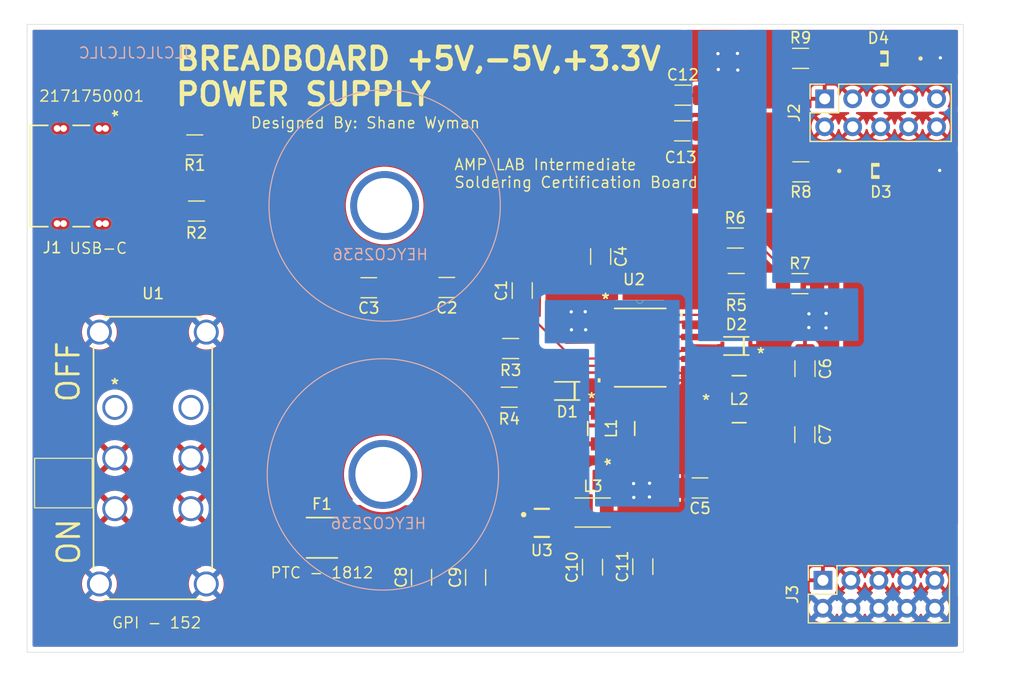
<source format=kicad_pcb>
(kicad_pcb (version 20241229) (generator "pcbnew") (generator_version "9.0")
  (layers (0 "F.Cu" signal) (2 "B.Cu" signal) (13 "F.Paste" user) (15 "B.Paste" user) (5 "F.SilkS" user "F.Silkscreen") (7 "B.SilkS" user "B.Silkscreen") (1 "F.Mask" user) (3 "B.Mask" user) (25 "Edge.Cuts" user))
  (net 0 "")
  (net 1 "GND")
  (net 2 "Net-(C2-Pad2)")
  (net 3 "Net-(C6-Pad2)")
  (net 4 "+3.3V")
  (net 5 "Net-(U3-EN)")
  (net 6 "Net-(J1-CC1)")
  (net 7 "SWITCHED_VOLTAGE")
  (net 8 "Net-(J1-CC2)")
  (net 9 "USB_VOLTAGE")
  (net 10 "Net-(U3-SW)")
  (net 11 "-5V")
  (net 12 "Net-(R6-Pad2)")
  (net 13 "Net-(U2-VREF)")
  (net 14 "+5V")
  (net 16 "Net-(D1-K)")
  (net 17 "Net-(D2-A)")
  (net 18 "Net-(U2-HS2L)")
  (net 19 "Net-(U2-NON1)")
  (net 21 "Net-(U2-INV2)")
  (net 24 "Net-(D3-K)")
  (net 25 "Net-(D4-A)")
  (footprint "Capacitor_SMD:C_1206_3216Metric_Pad1.33x1.80mm_HandSolder" (layer "F.Cu") (at 91.87 51.76 -90)
    (property "Reference" "C6" (at 0 -1.85 90) (layer "F.SilkS"))
    (property "Value" "22uF")
    (fp_line (start -0.711252 0.91) (end 0.711252 0.91) (stroke (width 0.12)) (layer "F.SilkS"))
    (fp_line (start -0.711252 -0.91) (end 0.711252 -0.91) (stroke (width 0.12)) (layer "F.SilkS"))
    (pad "1" smd roundrect (at -1.5625 0 270) (size 1.325 1.8) (layers "F.Cu" "F.Mask" "F.Paste") (roundrect_rratio 0.188679) (net 14 "+5V"))
    (pad "2" smd roundrect (at 1.5625 0 270) (size 1.325 1.8) (layers "F.Cu" "F.Mask" "F.Paste") (roundrect_rratio 0.188679) (net 3 "Net-(C6-Pad2)"))
  )
  (footprint "Capacitor_SMD:C_1206_3216Metric_Pad1.33x1.80mm_HandSolder" (layer "F.Cu") (at 80.78 26.93)
    (property "Reference" "C12" (at 0 -1.85 0) (layer "F.SilkS"))
    (property "Value" "1uF")
    (fp_line (start -0.711252 -0.91) (end 0.711252 -0.91) (stroke (width 0.12)) (layer "F.SilkS"))
    (fp_line (start -0.711252 0.91) (end 0.711252 0.91) (stroke (width 0.12)) (layer "F.SilkS"))
    (pad "1" smd roundrect (at -1.5625 0) (size 1.325 1.8) (layers "F.Cu" "F.Mask" "F.Paste") (roundrect_rratio 0.188679) (net 1 "GND"))
    (pad "2" smd roundrect (at 1.5625 0) (size 1.325 1.8) (layers "F.Cu" "F.Mask" "F.Paste") (roundrect_rratio 0.188679) (net 14 "+5V"))
  )
  (footprint "Resistor_SMD:R_1206_3216Metric_Pad1.30x1.75mm_HandSolder" (layer "F.Cu") (at 91.42 44.04)
    (property "Reference" "R7" (at 0 -1.83 0) (layer "F.SilkS"))
    (property "Value" "100k")
    (fp_line (start -0.727064 -0.91) (end 0.727064 -0.91) (stroke (width 0.12)) (layer "F.SilkS"))
    (fp_line (start -0.727064 0.91) (end 0.727064 0.91) (stroke (width 0.12)) (layer "F.SilkS"))
    (pad "1" smd roundrect (at -1.55 0) (size 1.3 1.75) (layers "F.Cu" "F.Mask" "F.Paste") (roundrect_rratio 0.192308) (net 12 "Net-(R6-Pad2)"))
    (pad "2" smd roundrect (at 1.55 0) (size 1.3 1.75) (layers "F.Cu" "F.Mask" "F.Paste") (roundrect_rratio 0.192308) (net 14 "+5V"))
  )
  (footprint "BreadBoard Power Supply:HTSSOP-B20_ROM-L" (layer "F.Cu") (at 76.9144 49.8486)
    (property "Reference" "U2" (at -0.5644 -6.1818 0) (layer "F.SilkS"))
    (property "Value" "BD81870EFV-ME2")
    (fp_line (start -2.3241 3.556) (end 2.3241 3.556) (stroke (width 0.1524)) (layer "F.SilkS"))
    (fp_line (start 2.1571 -4.3148) (end -2.2371 -4.3148) (stroke (width 0.0254)) (layer "F.SilkS"))
    (fp_line (start 2.3241 -3.556) (end -2.3241 -3.556) (stroke (width 0.1524)) (layer "F.SilkS"))
    (fp_arc (start 0.2648 -4.3148) (mid -0.04 -4.01) (end -0.3448 -4.3148) (stroke (width 0.0254)) (layer "F.SilkS"))
    (fp_poly (pts (xy -3.8608 2.7813) (xy -3.8608 3.1623) (xy -3.6068 3.1623) (xy -3.6068 2.7813)) (fill yes) (layer "F.SilkS"))
    (fp_poly (pts (xy 3.8608 -3.1623) (xy 3.8608 -2.7813) (xy 3.6068 -2.7813) (xy 3.6068 -3.1623)) (fill yes) (layer "F.SilkS"))
    (fp_text user "*" (at -3.1496 -4.3688 0) (layer "F.SilkS"))
    (fp_text user "*" (at -3.1496 -4.3688 0) (layer "F.SilkS"))
    (pad "1" smd rect (at -2.8956 -2.9718) (size 0.9144 0.254) (layers "F.Cu" "F.Mask" "F.Paste") (net 4 "+3.3V"))
    (pad "2" smd rect (at -2.8956 -2.3114) (size 0.9144 0.254) (layers "F.Cu" "F.Mask" "F.Paste") (net 4 "+3.3V"))
    (pad "3" smd rect (at -2.8956 -1.651) (size 0.9144 0.254) (layers "F.Cu" "F.Mask" "F.Paste") (net 4 "+3.3V"))
    (pad "4" smd rect (at -2.8956 -0.9906) (size 0.9144 0.254) (layers "F.Cu" "F.Mask" "F.Paste") (net 4 "+3.3V"))
    (pad "5" smd rect (at -2.8956 -0.3302) (size 0.9144 0.254) (layers "F.Cu" "F.Mask" "F.Paste"))
    (pad "6" smd rect (at -2.8956 0.3302) (size 0.9144 0.254) (layers "F.Cu" "F.Mask" "F.Paste"))
    (pad "7" smd rect (at -2.8956 0.9906) (size 0.9144 0.254) (layers "F.Cu" "F.Mask" "F.Paste") (net 13 "Net-(U2-VREF)"))
    (pad "8" smd rect (at -2.8956 1.651) (size 0.9144 0.254) (layers "F.Cu" "F.Mask" "F.Paste") (net 19 "Net-(U2-NON1)"))
    (pad "9" smd rect (at -2.8956 2.3114) (size 0.9144 0.254) (layers "F.Cu" "F.Mask" "F.Paste") (net 1 "GND"))
    (pad "10" smd rect (at -2.8956 2.9718) (size 0.9144 0.254) (layers "F.Cu" "F.Mask" "F.Paste") (net 16 "Net-(D1-K)"))
    (pad "11" smd rect (at 2.8956 2.9718) (size 0.9144 0.254) (layers "F.Cu" "F.Mask" "F.Paste") (net 4 "+3.3V"))
    (pad "12" smd rect (at 2.8956 2.3114) (size 0.9144 0.254) (layers "F.Cu" "F.Mask" "F.Paste") (net 4 "+3.3V"))
    (pad "13" smd rect (at 2.8956 1.651) (size 0.9144 0.254) (layers "F.Cu" "F.Mask" "F.Paste") (net 4 "+3.3V"))
    (pad "14" smd rect (at 2.8956 0.9906) (size 0.9144 0.254) (layers "F.Cu" "F.Mask" "F.Paste") (net 18 "Net-(U2-HS2L)"))
    (pad "15" smd rect (at 2.8956 0.3302) (size 0.9144 0.254) (layers "F.Cu" "F.Mask" "F.Paste") (net 17 "Net-(D2-A)"))
    (pad "16" smd rect (at 2.8956 -0.3302) (size 0.9144 0.254) (layers "F.Cu" "F.Mask" "F.Paste") (net 1 "GND"))
    (pad "17" smd rect (at 2.8956 -0.9906) (size 0.9144 0.254) (layers "F.Cu" "F.Mask" "F.Paste") (net 14 "+5V"))
    (pad "18" smd rect (at 2.8956 -1.651) (size 0.9144 0.254) (layers "F.Cu" "F.Mask" "F.Paste") (net 1 "GND"))
    (pad "19" smd rect (at 2.8956 -2.3114) (size 0.9144 0.254) (layers "F.Cu" "F.Mask" "F.Paste") (net 1 "GND"))
    (pad "20" smd rect (at 2.8956 -2.9718) (size 0.9144 0.254) (layers "F.Cu" "F.Mask" "F.Paste") (net 21 "Net-(U2-INV2)"))
    (pad "EPAD" smd rect (at 0 0) (size 2.3876 3.9878) (layers "F.Cu" "F.Mask") (net 1 "GND"))
  )
  (footprint "Connector_PinSocket_2.54mm:PinSocket_2x05_P2.54mm_Vertical" (layer "F.Cu") (at 93.66 27.26 90)
    (property "Reference" "J2" (at -1.27 -2.77 90) (layer "F.SilkS"))
    (property "Value" "Conn_02x05_Top_Bottom")
    (fp_line (start 1.33 -1.33) (end 1.33 0) (stroke (width 0.12)) (layer "F.SilkS"))
    (fp_line (start 0 -1.33) (end 1.33 -1.33) (stroke (width 0.12)) (layer "F.SilkS"))
    (fp_line (start -1.27 -1.33) (end -1.27 1.27) (stroke (width 0.12)) (layer "F.SilkS"))
    (fp_line (start -3.87 -1.33) (end -1.27 -1.33) (stroke (width 0.12)) (layer "F.SilkS"))
    (fp_line (start -3.87 -1.33) (end -3.87 11.49) (stroke (width 0.12)) (layer "F.SilkS"))
    (fp_line (start 1.33 1.27) (end 1.33 11.49) (stroke (width 0.12)) (layer "F.SilkS"))
    (fp_line (start -1.27 1.27) (end 1.33 1.27) (stroke (width 0.12)) (layer "F.SilkS"))
    (fp_line (start -3.87 11.49) (end 1.33 11.49) (stroke (width 0.12)) (layer "F.SilkS"))
    (pad "1" thru_hole rect (at 0 0 90) (size 1.7 1.7) (drill 1) (layers "*.Cu" "*.Mask") (net 14 "+5V"))
    (pad "2" thru_hole circle (at -2.54 0 90) (size 1.7 1.7) (drill 1) (layers "*.Cu" "*.Mask") (net 11 "-5V"))
    (pad "3" thru_hole circle (at 0 2.54 90) (size 1.7 1.7) (drill 1) (layers "*.Cu" "*.Mask") (net 14 "+5V"))
    (pad "4" thru_hole circle (at -2.54 2.54 90) (size 1.7 1.7) (drill 1) (layers "*.Cu" "*.Mask") (net 11 "-5V"))
    (pad "5" thru_hole circle (at 0 5.08 90) (size 1.7 1.7) (drill 1) (layers "*.Cu" "*.Mask") (net 14 "+5V"))
    (pad "6" thru_hole circle (at -2.54 5.08 90) (size 1.7 1.7) (drill 1) (layers "*.Cu" "*.Mask") (net 11 "-5V"))
    (pad "7" thru_hole circle (at 0 7.62 90) (size 1.7 1.7) (drill 1) (layers "*.Cu" "*.Mask") (net 14 "+5V"))
    (pad "8" thru_hole circle (at -2.54 7.62 90) (size 1.7 1.7) (drill 1) (layers "*.Cu" "*.Mask") (net 11 "-5V"))
    (pad "9" thru_hole circle (at 0 10.16 90) (size 1.7 1.7) (drill 1) (layers "*.Cu" "*.Mask") (net 14 "+5V"))
    (pad "10" thru_hole circle (at -2.54 10.16 90) (size 1.7 1.7) (drill 1) (layers "*.Cu" "*.Mask") (net 11 "-5V"))
  )
  (footprint "BreadBoard Power Supply:IND_NRS4012T100MDGJV_TAY" (layer "F.Cu") (at 85.89 54.53)
    (property "Reference" "L2" (at 0 0 0) (layer "F.SilkS"))
    (property "Value" "4.7uH")
    (fp_line (start -0.622402 2.1336) (end 0.622402 2.1336) (stroke (width 0.1524)) (layer "F.SilkS"))
    (fp_line (start 0.622402 -2.1336) (end -0.622402 -2.1336) (stroke (width 0.1524)) (layer "F.SilkS"))
    (fp_text user "*" (at -2.9993 0.1146 0) (layer "F.SilkS"))
    (pad "1" smd rect (at -1.4 0) (size 1.1938 3.7084) (layers "F.Cu" "F.Mask" "F.Paste") (net 18 "Net-(U2-HS2L)"))
    (pad "2" smd rect (at 1.4 0) (size 1.1938 3.7084) (layers "F.Cu" "F.Mask" "F.Paste") (net 17 "Net-(D2-A)"))
  )
  (footprint "BreadBoard Power Supply:IND_NRS4012T100MDGJV_TAY" (layer "F.Cu") (at 74.28 57.19 90)
    (property "Reference" "L1" (at 0 0 90) (layer "F.SilkS"))
    (property "Value" "4.7uH")
    (fp_line (start 0.622402 -2.1336) (end -0.622402 -2.1336) (stroke (width 0.1524)) (layer "F.SilkS"))
    (fp_line (start -0.622402 2.1336) (end 0.622402 2.1336) (stroke (width 0.1524)) (layer "F.SilkS"))
    (fp_text user "*" (at -3.0226 0 90) (layer "F.SilkS"))
    (fp_text user "*" (at -3.0226 0 90) (layer "F.SilkS"))
    (pad "1" smd rect (at -1.4 0 90) (size 1.1938 3.7084) (layers "F.Cu" "F.Mask" "F.Paste") (net 1 "GND"))
    (pad "2" smd rect (at 1.4 0 90) (size 1.1938 3.7084) (layers "F.Cu" "F.Mask" "F.Paste") (net 16 "Net-(D1-K)"))
  )
  (footprint "Capacitor_SMD:C_1206_3216Metric_Pad1.33x1.80mm_HandSolder" (layer "F.Cu") (at 73.32 41.58 -90)
    (property "Reference" "C4" (at 0 -1.85 90) (layer "F.SilkS"))
    (property "Value" "1uF")
    (fp_line (start -0.711252 0.91) (end 0.711252 0.91) (stroke (width 0.12)) (layer "F.SilkS"))
    (fp_line (start -0.711252 -0.91) (end 0.711252 -0.91) (stroke (width 0.12)) (layer "F.SilkS"))
    (pad "1" smd roundrect (at -1.5625 0 270) (size 1.325 1.8) (layers "F.Cu" "F.Mask" "F.Paste") (roundrect_rratio 0.188679) (net 1 "GND"))
    (pad "2" smd roundrect (at 1.5625 0 270) (size 1.325 1.8) (layers "F.Cu" "F.Mask" "F.Paste") (roundrect_rratio 0.188679) (net 4 "+3.3V"))
  )
  (footprint "Capacitor_SMD:C_1206_3216Metric_Pad1.33x1.80mm_HandSolder" (layer "F.Cu") (at 66.2 44.67 -90)
    (property "Reference" "C1" (at 0 1.9 90) (layer "F.SilkS"))
    (property "Value" "100nF")
    (fp_line (start -0.711252 0.91) (end 0.711252 0.91) (stroke (width 0.12)) (layer "F.SilkS"))
    (fp_line (start -0.711252 -0.91) (end 0.711252 -0.91) (stroke (width 0.12)) (layer "F.SilkS"))
    (pad "1" smd roundrect (at -1.5625 0 270) (size 1.325 1.8) (layers "F.Cu" "F.Mask" "F.Paste") (roundrect_rratio 0.188679) (net 13 "Net-(U2-VREF)"))
    (pad "2" smd roundrect (at 1.5625 0 270) (size 1.325 1.8) (layers "F.Cu" "F.Mask" "F.Paste") (roundrect_rratio 0.188679) (net 1 "GND"))
  )
  (footprint "Resistor_SMD:R_1206_3216Metric_Pad1.30x1.75mm_HandSolder" (layer "F.Cu") (at 36.63 37.45)
    (property "Reference" "R2" (at 0 1.99 0) (layer "F.SilkS"))
    (property "Value" "5.1k")
    (fp_line (start -0.727064 -0.91) (end 0.727064 -0.91) (stroke (width 0.12)) (layer "F.SilkS"))
    (fp_line (start -0.727064 0.91) (end 0.727064 0.91) (stroke (width 0.12)) (layer "F.SilkS"))
    (pad "1" smd roundrect (at -1.55 0) (size 1.3 1.75) (layers "F.Cu" "F.Mask" "F.Paste") (roundrect_rratio 0.192308) (net 8 "Net-(J1-CC2)"))
    (pad "2" smd roundrect (at 1.55 0) (size 1.3 1.75) (layers "F.Cu" "F.Mask" "F.Paste") (roundrect_rratio 0.192308) (net 1 "GND"))
  )
  (footprint "BreadBoard Power Supply:DRL0008A-MFG" (layer "F.Cu") (at 67.980001 65.759999)
    (property "Reference" "U3" (at 0 2.5 0) (layer "F.SilkS"))
    (property "Value" "TPS6285021HQDRLRQ1" (hide yes))
    (fp_line (start -0.650001 -1.275001) (end 0.650001 -1.275001) (stroke (width 0.2)) (layer "F.SilkS"))
    (fp_line (start -0.650001 1.275001) (end 0.650001 1.275001) (stroke (width 0.2)) (layer "F.SilkS"))
    (fp_circle (center -1.649999 -0.750001) (end -1.524998 -0.750001) (stroke (width 0.25)) (fill no) (layer "F.SilkS"))
    (pad "1" smd rect (at -0.740001 -0.750001) (size 0.670001 0.299999) (layers "F.Cu" "F.Mask" "F.Paste") (net 5 "Net-(U3-EN)"))
    (pad "2" smd rect (at -0.740001 -0.25) (size 0.670001 0.299999) (layers "F.Cu" "F.Mask" "F.Paste") (net 5 "Net-(U3-EN)"))
    (pad "3" smd rect (at -0.740001 0.25) (size 0.670001 0.299999) (layers "F.Cu" "F.Mask" "F.Paste") (net 5 "Net-(U3-EN)"))
    (pad "4" smd rect (at -0.740001 0.750001) (size 0.670001 0.299999) (layers "F.Cu" "F.Mask" "F.Paste") (net 1 "GND"))
    (pad "5" smd rect (at 0.740001 0.750001) (size 0.670001 0.299999) (layers "F.Cu" "F.Mask" "F.Paste") (net 4 "+3.3V"))
    (pad "6" smd rect (at 0.740001 0.25) (size 0.670001 0.299999) (layers "F.Cu" "F.Mask" "F.Paste") (net 1 "GND"))
    (pad "7" smd rect (at 0.740001 -0.25) (size 0.670001 0.299999) (layers "F.Cu" "F.Mask" "F.Paste") (net 10 "Net-(U3-SW)"))
    (pad "8" smd rect (at 0.740001 -0.750001) (size 0.670001 0.299999) (layers "F.Cu" "F.Mask" "F.Paste") (net 1 "GND"))
  )
  (footprint "BreadBoard Power Supply:2171750001_MOL" (layer "F.Cu") (at 25.12 34.27 -90)
    (property "Reference" "J1" (at 6.5 1.6 180) (layer "F.SilkS"))
    (property "Value" "2171750001")
    (fp_line (start -4.5974 3.5814) (end 4.5974 3.5814) (stroke (width 0.1524)) (layer "F.SilkS"))
    (fp_line (start 4.5974 3.5814) (end 4.5974 1.9812) (stroke (width 0.1524)) (layer "F.SilkS"))
    (fp_line (start -4.5974 1.9812) (end -4.5974 3.5814) (stroke (width 0.1524)) (layer "F.SilkS"))
    (fp_line (start 4.5974 -0.3048) (end 4.5974 -1.8034) (stroke (width 0.1524)) (layer "F.SilkS"))
    (fp_line (start -4.5974 -1.8034) (end -4.5974 -0.3048) (stroke (width 0.1524)) (layer "F.SilkS"))
    (fp_line (start -4.318 1.143) (end -4.318 0.5588) (stroke (width 0.01)) (layer "Edge.Cuts"))
    (fp_line (start 4.318 1.143) (end 4.318 0.5588) (stroke (width 0.01)) (layer "Edge.Cuts"))
    (fp_line (start -4.318 -2.667) (end -4.318 -3.2512) (stroke (width 0.01)) (layer "Edge.Cuts"))
    (fp_line (start 4.318 -2.667) (end 4.318 -3.2512) (stroke (width 0.01)) (layer "Edge.Cuts"))
    (fp_text user "*" (at -5.69 -4.44 90) (layer "F.SilkS"))
    (pad "" np_thru_hole circle (at -4.318 -3.2512 270) (size 0.6096 0.6096) (drill 0.6096) (layers "*.Cu" "*.Mask"))
    (pad "" np_thru_hole circle (at -4.318 -2.667 270) (size 0.6096 0.6096) (drill 0.6096) (layers "*.Cu" "*.Mask"))
    (pad "" np_thru_hole circle (at -4.318 0.5588 270) (size 0.6096 0.6096) (drill 0.6096) (layers "*.Cu" "*.Mask"))
    (pad "" np_thru_hole circle (at -4.318 1.143 270) (size 0.6096 0.6096) (drill 0.6096) (layers "*.Cu" "*.Mask"))
    (pad "" np_thru_hole circle (at 4.318 -3.2512 270) (size 0.6096 0.6096) (drill 0.6096) (layers "*.Cu" "*.Mask"))
    (pad "" np_thru_hole circle (at 4.318 -2.667 270) (size 0.6096 0.6096) (drill 0.6096) (layers "*.Cu" "*.Mask"))
    (pad "" np_thru_hole circle (at 4.318 0.5588 270) (size 0.6096 0.6096) (drill 0.6096) (layers "*.Cu" "*.Mask"))
    (pad "" np_thru_hole circle (at 4.318 1.143 270) (size 0.6096 0.6096) (drill 0.6096) (layers "*.Cu" "*.Mask"))
    (pad "7" smd oval (at -4.32 -2.9544 270) (size 1.0922 1.7018) (layers "F.Cu" "F.Mask" "F.Paste"))
    (pad "8" smd oval (at 4.32 -2.9544 270) (size 1.0922 1.7018) (layers "F.Cu" "F.Mask" "F.Paste"))
    (pad "9" smd oval (at -4.32 0.8456 270) (size 1.0922 1.7018) (layers "F.Cu" "F.Mask" "F.Paste"))
    (pad "10" smd oval (at 4.32 0.8456 270) (size 1.0922 1.7018) (layers "F.Cu" "F.Mask" "F.Paste"))
    (pad "A5" smd rect (at -0.5 -3.0344 270) (size 0.7112 1.1938) (layers "F.Cu" "F.Mask" "F.Paste") (net 6 "Net-(J1-CC1)"))
    (pad "A9" smd rect (at 1.52 -3.0344 270) (size 0.762 1.1938) (layers "F.Cu" "F.Mask" "F.Paste") (net 9 "USB_VOLTAGE"))
    (pad "A12" smd rect (at 2.75 -3.0344 270) (size 0.8128 1.1938) (layers "F.Cu" "F.Mask" "F.Paste") (net 1 "GND"))
    (pad "B5" smd rect (at 0.5 -3.0344 270) (size 0.7112 1.1938) (layers "F.Cu" "F.Mask" "F.Paste") (net 8 "Net-(J1-CC2)"))
    (pad "B9" smd rect (at -1.51994 -3.03428 270) (size 0.762 1.1938) (layers "F.Cu" "F.Mask" "F.Paste") (net 9 "USB_VOLTAGE"))
    (pad "B12" smd rect (at -2.74994 -3.03428 270) (size 0.8128 1.1938) (layers "F.Cu" "F.Mask" "F.Paste") (net 1 "GND"))
  )
  (footprint "Capacitor_SMD:C_1206_3216Metric_Pad1.33x1.80mm_HandSolder" (layer "F.Cu") (at 80.7375 30.17)
    (property "Reference" "C13" (at -0.15 2.41 180) (layer "F.SilkS"))
    (property "Value" "1uF")
    (fp_line (start -0.711252 -0.91) (end 0.711252 -0.91) (stroke (width 0.12)) (layer "F.SilkS"))
    (fp_line (start -0.711252 0.91) (end 0.711252 0.91) (stroke (width 0.12)) (layer "F.SilkS"))
    (pad "1" smd roundrect (at -1.5625 0) (size 1.325 1.8) (layers "F.Cu" "F.Mask" "F.Paste") (roundrect_rratio 0.188679) (net 1 "GND"))
    (pad "2" smd roundrect (at 1.5625 0) (size 1.325 1.8) (layers "F.Cu" "F.Mask" "F.Paste") (roundrect_rratio 0.188679) (net 11 "-5V"))
  )
  (footprint "BreadBoard Power Supply:DIO_RB160VAM_ROM-L" (layer "F.Cu") (at 70.28 53.78 180)
    (property "Reference" "D1" (at -0.01 -1.8966 0) (layer "F.SilkS"))
    (property "Value" "RB550VAM-30TR")
    (fp_line (start 1.1303 -0.8255) (end -1.1303 -0.8255) (stroke (width 0.1524)) (layer "F.SilkS"))
    (fp_line (start -1.1303 0.8255) (end 1.1303 0.8255) (stroke (width 0.1524)) (layer "F.SilkS"))
    (fp_rect (start -0.73 -0.79) (end -0.63 0.74) (stroke (width 0.1)) (fill no) (layer "F.SilkS"))
    (fp_text user "*" (at -2.22 -0.71 0) (layer "F.SilkS"))
    (pad "1" smd rect (at -1.27 0 180) (size 0.3556 0.7874) (layers "F.Cu" "F.Mask" "F.Paste") (net 16 "Net-(D1-K)"))
    (pad "2" smd rect (at 1.27 0 180) (size 0.3556 0.7874) (layers "F.Cu" "F.Mask" "F.Paste") (net 11 "-5V"))
    (zone (net 0) (net_name "") (layer "F.Cu") (connect_pads (clearance 0)) (min_thickness 0.254)
      (keepout (tracks not_allowed) (vias not_allowed) (pads allowed) (copperpour not_allowed) (footprints allowed))
      (fill (thermal_gap 0.508) (thermal_bridge_width 0.508))
      (polygon (pts (xy 71.3214 54.4277) (xy 69.2386 54.4277) (xy 69.2386 53.1323) (xy 71.3214 53.1323)))
    )
  )
  (footprint "Capacitor_SMD:C_1206_3216Metric_Pad1.33x1.80mm_HandSolder" (layer "F.Cu") (at 72.58 69.78 90)
    (property "Reference" "C10" (at 0 -1.85 90) (layer "F.SilkS"))
    (property "Value" "10uF")
    (fp_line (start -0.711252 -0.91) (end 0.711252 -0.91) (stroke (width 0.12)) (layer "F.SilkS"))
    (fp_line (start -0.711252 0.91) (end 0.711252 0.91) (stroke (width 0.12)) (layer "F.SilkS"))
    (pad "1" smd roundrect (at -1.5625 0 90) (size 1.325 1.8) (layers "F.Cu" "F.Mask" "F.Paste") (roundrect_rratio 0.188679) (net 1 "GND"))
    (pad "2" smd roundrect (at 1.5625 0 90) (size 1.325 1.8) (layers "F.Cu" "F.Mask" "F.Paste") (roundrect_rratio 0.188679) (net 4 "+3.3V"))
  )
  (footprint "Capacitor_SMD:C_1206_3216Metric_Pad1.33x1.80mm_HandSolder" (layer "F.Cu") (at 57.06 70.7 90)
    (property "Reference" "C8" (at 0 -1.85 90) (layer "F.SilkS"))
    (property "Value" "10uF")
    (fp_line (start -0.711252 -0.91) (end 0.711252 -0.91) (stroke (width 0.12)) (layer "F.SilkS"))
    (fp_line (start -0.711252 0.91) (end 0.711252 0.91) (stroke (width 0.12)) (layer "F.SilkS"))
    (pad "1" smd roundrect (at -1.5625 0 90) (size 1.325 1.8) (layers "F.Cu" "F.Mask" "F.Paste") (roundrect_rratio 0.188679) (net 1 "GND"))
    (pad "2" smd roundrect (at 1.5625 0 90) (size 1.325 1.8) (layers "F.Cu" "F.Mask" "F.Paste") (roundrect_rratio 0.188679) (net 5 "Net-(U3-EN)"))
  )
  (footprint "BreadBoard Power Supply:IND_LQH32PNR47NN0L" (layer "F.Cu") (at 72.6 64.82)
    (property "Reference" "L3" (at 0.02 -2.39 0) (layer "F.SilkS"))
    (property "Value" ".47uH")
    (fp_line (start -1.6 -1.32) (end 1.6 -1.32) (stroke (width 0.127)) (layer "F.SilkS"))
    (fp_line (start -1.6 1.32) (end 1.6 1.32) (stroke (width 0.127)) (layer "F.SilkS"))
    (pad "1" smd rect (at -1.275 0) (size 1.25 2) (layers "F.Cu" "F.Mask" "F.Paste") (net 10 "Net-(U3-SW)"))
    (pad "2" smd rect (at 1.275 0) (size 1.25 2) (layers "F.Cu" "F.Mask" "F.Paste") (net 4 "+3.3V"))
  )
  (footprint "Resistor_SMD:R_1206_3216Metric_Pad1.30x1.75mm_HandSolder" (layer "F.Cu") (at 65.15 49.93)
    (property "Reference" "R3" (at 0 1.98 0) (layer "F.SilkS"))
    (property "Value" "20k")
    (fp_line (start -0.727064 -0.91) (end 0.727064 -0.91) (stroke (width 0.12)) (layer "F.SilkS"))
    (fp_line (start -0.727064 0.91) (end 0.727064 0.91) (stroke (width 0.12)) (layer "F.SilkS"))
    (pad "1" smd roundrect (at -1.55 0) (size 1.3 1.75) (layers "F.Cu" "F.Mask" "F.Paste") (roundrect_rratio 0.192308) (net 13 "Net-(U2-VREF)"))
    (pad "2" smd roundrect (at 1.55 0) (size 1.3 1.75) (layers "F.Cu" "F.Mask" "F.Paste") (roundrect_rratio 0.192308) (net 19 "Net-(U2-NON1)"))
  )
  (footprint "BreadBoard Power Supply:SW_GPI-152-3013_CWI" (layer "F.Cu") (at 29.2112 55.2752)
    (property "Reference" "U1" (at 3.4788 -10.3352 0) (layer "F.SilkS"))
    (property "Value" "GPI-152-3013")
    (fp_line (start -1.9304 -5.47026) (end -1.9304 14.66506) (stroke (width 0.1524)) (layer "F.SilkS"))
    (fp_line (start -0.9624 17.4244) (end 7.8712 17.4244) (stroke (width 0.1524)) (layer "F.SilkS"))
    (fp_line (start 7.8712 -8.2296) (end -0.9624 -8.2296) (stroke (width 0.1524)) (layer "F.SilkS"))
    (fp_line (start 8.8392 14.66506) (end 8.8392 -5.47026) (stroke (width 0.1524)) (layer "F.SilkS"))
    (fp_rect (start -7.28 4.62) (end -2.05 9.12) (stroke (width 0.1)) (fill no) (layer "F.SilkS"))
    (fp_text user "*" (at 0 -2.0574 0) (layer "F.SilkS"))
    (fp_text user "OFF" (at -3.05 -0.31 90) (layer "F.SilkS") (effects (font (size 2 2) (thickness 0.25)) (justify left bottom)))
    (fp_text user "ON" (at -3.01 14.45 90) (layer "F.SilkS") (effects (font (size 2 2) (thickness 0.25)) (justify left bottom)))
    (fp_text user "GPI - 152" (at -0.3312 20.1448 0) (layer "F.SilkS") (effects (font (thickness 0.125)) (justify left bottom)))
    (fp_text user "*" (at 0 -2.0574 0) (layer "F.SilkS"))
    (pad "1" thru_hole circle (at 0 0) (size 2.2606 2.2606) (drill 1.7526) (layers "*.Cu" "*.Mask"))
    (pad "2" thru_hole circle (at 0 4.5974) (size 2.2606 2.2606) (drill 1.7526) (layers "*.Cu" "*.Mask") (net 9 "USB_VOLTAGE"))
    (pad "3" thru_hole circle (at 0 9.1948) (size 2.2606 2.2606) (drill 1.7526) (layers "*.Cu" "*.Mask") (net 7 "SWITCHED_VOLTAGE"))
    (pad "4" thru_hole circle (at 6.9088 9.1948) (size 2.2606 2.2606) (drill 1.7526) (layers "*.Cu" "*.Mask") (net 7 "SWITCHED_VOLTAGE"))
    (pad "5" thru_hole circle (at 6.9088 4.5974) (size 2.2606 2.2606) (drill 1.7526) (layers "*.Cu" "*.Mask") (net 9 "USB_VOLTAGE"))
    (pad "6" thru_hole circle (at 6.9088 0) (size 2.2606 2.2606) (drill 1.7526) (layers "*.Cu" "*.Mask"))
    (pad "7" thru_hole circle (at -1.397 -6.8326) (size 2.2606 2.2606) (drill 1.7526) (layers "*.Cu" "*.Mask") (net 1 "GND"))
    (pad "8" thru_hole circle (at 8.3058 -6.8326) (size 2.2606 2.2606) (drill 1.7526) (layers "*.Cu" "*.Mask") (net 1 "GND"))
    (pad "9" thru_hole circle (at -1.397 16.0274) (size 2.2606 2.2606) (drill 1.7526) (layers "*.Cu" "*.Mask") (net 1 "GND"))
    (pad "10" thru_hole circle (at 8.3058 16.0274) (size 2.2606 2.2606) (drill 1.7526) (layers "*.Cu" "*.Mask") (net 1 "GND"))
  )
  (footprint "Capacitor_SMD:C_1206_3216Metric_Pad1.33x1.80mm_HandSolder" (layer "F.Cu") (at 52.27 44.41 180)
    (property "Reference" "C3" (at 0 -1.85 0) (layer "F.SilkS"))
    (property "Value" "22uF")
    (fp_line (start -0.711252 0.91) (end 0.711252 0.91) (stroke (width 0.12)) (layer "F.SilkS"))
    (fp_line (start -0.711252 -0.91) (end 0.711252 -0.91) (stroke (width 0.12)) (layer "F.SilkS"))
    (pad "1" smd roundrect (at -1.5625 0 180) (size 1.325 1.8) (layers "F.Cu" "F.Mask" "F.Paste") (roundrect_rratio 0.188679) (net 2 "Net-(C2-Pad2)"))
    (pad "2" smd roundrect (at 1.5625 0 180) (size 1.325 1.8) (layers "F.Cu" "F.Mask" "F.Paste") (roundrect_rratio 0.188679) (net 1 "GND"))
  )
  (footprint "Capacitor_SMD:C_1206_3216Metric_Pad1.33x1.80mm_HandSolder" (layer "F.Cu") (at 61.97 70.71 90)
    (property "Reference" "C9" (at 0 -1.85 90) (layer "F.SilkS"))
    (property "Value" "10uF")
    (fp_line (start -0.711252 -0.91) (end 0.711252 -0.91) (stroke (width 0.12)) (layer "F.SilkS"))
    (fp_line (start -0.711252 0.91) (end 0.711252 0.91) (stroke (width 0.12)) (layer "F.SilkS"))
    (pad "1" smd roundrect (at -1.5625 0 90) (size 1.325 1.8) (layers "F.Cu" "F.Mask" "F.Paste") (roundrect_rratio 0.188679) (net 1 "GND"))
    (pad "2" smd roundrect (at 1.5625 0 90) (size 1.325 1.8) (layers "F.Cu" "F.Mask" "F.Paste") (roundrect_rratio 0.188679) (net 5 "Net-(U3-EN)"))
  )
  (footprint "Resistor_SMD:R_1206_3216Metric_Pad1.30x1.75mm_HandSolder" (layer "F.Cu") (at 85.54 39.9)
    (property "Reference" "R6" (at 0 -1.83 0) (layer "F.SilkS"))
    (property "Value" "5.1k")
    (fp_line (start -0.727064 -0.91) (end 0.727064 -0.91) (stroke (width 0.12)) (layer "F.SilkS"))
    (fp_line (start -0.727064 0.91) (end 0.727064 0.91) (stroke (width 0.12)) (layer "F.SilkS"))
    (pad "1" smd roundrect (at -1.55 0) (size 1.3 1.75) (layers "F.Cu" "F.Mask" "F.Paste") (roundrect_rratio 0.192308) (net 21 "Net-(U2-INV2)"))
    (pad "2" smd roundrect (at 1.55 0) (size 1.3 1.75) (layers "F.Cu" "F.Mask" "F.Paste") (roundrect_rratio 0.192308) (net 12 "Net-(R6-Pad2)"))
  )
  (footprint "Connector_PinSocket_2.54mm:PinSocket_2x05_P2.54mm_Vertical" (layer "F.Cu") (at 93.5 70.97 90)
    (property "Reference" "J3" (at -1.27 -2.77 90) (layer "F.SilkS"))
    (property "Value" "Conn_02x05_Top_Bottom")
    (fp_line (start 1.33 -1.33) (end 1.33 0) (stroke (width 0.12)) (layer "F.SilkS"))
    (fp_line (start 0 -1.33) (end 1.33 -1.33) (stroke (width 0.12)) (layer "F.SilkS"))
    (fp_line (start -1.27 -1.33) (end -1.27 1.27) (stroke (width 0.12)) (layer "F.SilkS"))
    (fp_line (start -3.87 -1.33) (end -1.27 -1.33) (stroke (width 0.12)) (layer "F.SilkS"))
    (fp_line (start -3.87 -1.33) (end -3.87 11.49) (stroke (width 0.12)) (layer "F.SilkS"))
    (fp_line (start 1.33 1.27) (end 1.33 11.49) (stroke (width 0.12)) (layer "F.SilkS"))
    (fp_line (start -1.27 1.27) (end 1.33 1.27) (stroke (width 0.12)) (layer "F.SilkS"))
    (fp_line (start -3.87 11.49) (end 1.33 11.49) (stroke (width 0.12)) (layer "F.SilkS"))
    (pad "1" thru_hole rect (at 0 0 90) (size 1.7 1.7) (drill 1) (layers "*.Cu" "*.Mask") (net 4 "+3.3V"))
    (pad "2" thru_hole circle (at -2.54 0 90) (size 1.7 1.7) (drill 1) (layers "*.Cu" "*.Mask") (net 1 "GND"))
    (pad "3" thru_hole circle (at 0 2.54 90) (size 1.7 1.7) (drill 1) (layers "*.Cu" "*.Mask") (net 4 "+3.3V"))
    (pad "4" thru_hole circle (at -2.54 2.54 90) (size 1.7 1.7) (drill 1) (layers "*.Cu" "*.Mask") (net 1 "GND"))
    (pad "5" thru_hole circle (at 0 5.08 90) (size 1.7 1.7) (drill 1) (layers "*.Cu" "*.Mask") (net 4 "+3.3V"))
    (pad "6" thru_hole circle (at -2.54 5.08 90) (size 1.7 1.7) (drill 1) (layers "*.Cu" "*.Mask") (net 1 "GND"))
    (pad "7" thru_hole circle (at 0 7.62 90) (size 1.7 1.7) (drill 1) (layers "*.Cu" "*.Mask") (net 4 "+3.3V"))
    (pad "8" thru_hole circle (at -2.54 7.62 90) (size 1.7 1.7) (drill 1) (layers "*.Cu" "*.Mask") (net 1 "GND"))
    (pad "9" thru_hole circle (at 0 10.16 90) (size 1.7 1.7) (drill 1) (layers "*.Cu" "*.Mask") (net 4 "+3.3V"))
    (pad "10" thru_hole circle (at -2.54 10.16 90) (size 1.7 1.7) (drill 1) (layers "*.Cu" "*.Mask") (net 1 "GND"))
  )
  (footprint "Resistor_SMD:R_1206_3216Metric_Pad1.30x1.75mm_HandSolder" (layer "F.Cu") (at 91.5 33.89 180)
    (property "Reference" "R8" (at 0 -1.83 0) (layer "F.SilkS"))
    (property "Value" "5.1k")
    (fp_line (start -0.727064 0.91) (end 0.727064 0.91) (stroke (width 0.12)) (layer "F.SilkS"))
    (fp_line (start -0.727064 -0.91) (end 0.727064 -0.91) (stroke (width 0.12)) (layer "F.SilkS"))
    (pad "1" smd roundrect (at -1.55 0 180) (size 1.3 1.75) (layers "F.Cu" "F.Mask" "F.Paste") (roundrect_rratio 0.192308) (net 24 "Net-(D3-K)"))
    (pad "2" smd roundrect (at 1.55 0 180) (size 1.3 1.75) (layers "F.Cu" "F.Mask" "F.Paste") (roundrect_rratio 0.192308) (net 11 "-5V"))
  )
  (footprint "BreadBoard Power Supply:DIO_RB160VAM_ROM-L" (layer "F.Cu") (at 85.64 49.7 180)
    (property "Reference" "D2" (at 0 1.95 0) (layer "F.SilkS"))
    (property "Value" "RB550VAM-30TR")
    (fp_line (start 1.1303 -0.8255) (end -1.1303 -0.8255) (stroke (width 0.1524)) (layer "F.SilkS"))
    (fp_line (start -1.1303 0.8255) (end 1.1303 0.8255) (stroke (width 0.1524)) (layer "F.SilkS"))
    (fp_rect (start -0.73 -0.79) (end -0.63 0.74) (stroke (width 0.1)) (fill no) (layer "F.SilkS"))
    (fp_text user "*" (at -2.22 -0.71 0) (layer "F.SilkS"))
    (pad "1" smd rect (at -1.27 0 180) (size 0.3556 0.7874) (layers "F.Cu" "F.Mask" "F.Paste") (net 14 "+5V"))
    (pad "2" smd rect (at 1.27 0 180) (size 0.3556 0.7874) (layers "F.Cu" "F.Mask" "F.Paste") (net 17 "Net-(D2-A)"))
    (zone (net 0) (net_name "") (layer "F.Cu") (connect_pads (clearance 0)) (min_thickness 0.254)
      (keepout (tracks not_allowed) (vias not_allowed) (pads allowed) (copperpour not_allowed) (footprints allowed))
      (fill (thermal_gap 0.508) (thermal_bridge_width 0.508))
      (polygon (pts (xy 86.6814 50.3477) (xy 84.5986 50.3477) (xy 84.5986 49.0523) (xy 86.6814 49.0523)))
    )
  )
  (footprint "BreadBoard Power Supply:LED_APT3216QBC_D" (layer "F.Cu") (at 98.61 23.6 180)
    (property "Reference" "D4" (at 0.08 1.85 0) (layer "F.SilkS"))
    (property "Value" "APT3216CGCK")
    (fp_rect (start -0.135 0.425) (end -0.805 0.675) (stroke (width 0.1)) (fill yes) (layer "F.SilkS"))
    (fp_rect (start -0.135 -0.68) (end -0.805 -0.43) (stroke (width 0.1)) (fill yes) (layer "F.SilkS"))
    (fp_rect (start -0.73 -0.5575) (end -0.805 0.6175) (stroke (width 0.1)) (fill no) (layer "F.SilkS"))
    (fp_circle (center -3.75 0) (end -3.65 0) (stroke (width 0.2)) (fill no) (layer "F.SilkS"))
    (pad "1" smd rect (at -1.875 0 180) (size 1.75 1.5) (layers "F.Cu" "F.Mask" "F.Paste") (net 1 "GND"))
    (pad "2" smd rect (at 1.875 0 180) (size 1.75 1.5) (layers "F.Cu" "F.Mask" "F.Paste") (net 25 "Net-(D4-A)"))
  )
  (footprint "Capacitor_SMD:C_1206_3216Metric_Pad1.33x1.80mm_HandSolder" (layer "F.Cu") (at 91.86 57.75 -90)
    (property "Reference" "C7" (at 0 -1.85 90) (layer "F.SilkS"))
    (property "Value" "22uF")
    (fp_line (start -0.711252 0.91) (end 0.711252 0.91) (stroke (width 0.12)) (layer "F.SilkS"))
    (fp_line (start -0.711252 -0.91) (end 0.711252 -0.91) (stroke (width 0.12)) (layer "F.SilkS"))
    (pad "1" smd roundrect (at -1.5625 0 270) (size 1.325 1.8) (layers "F.Cu" "F.Mask" "F.Paste") (roundrect_rratio 0.188679) (net 3 "Net-(C6-Pad2)"))
    (pad "2" smd roundrect (at 1.5625 0 270) (size 1.325 1.8) (layers "F.Cu" "F.Mask" "F.Paste") (roundrect_rratio 0.188679) (net 1 "GND"))
  )
  (footprint "BreadBoard Power Supply:LED_APT3216QBC_D" (layer "F.Cu") (at 98.73 33.81)
    (property "Reference" "D3" (at 0.04 1.91 0) (layer "F.SilkS"))
    (property "Value" "APT3216QBC/D")
    (fp_rect (start -0.73 -0.5575) (end -0.805 0.6175) (stroke (width 0.1)) (fill no) (layer "F.SilkS"))
    (fp_rect (start -0.135 -0.68) (end -0.805 -0.43) (stroke (width 0.1)) (fill yes) (layer "F.SilkS"))
    (fp_rect (start -0.135 0.425) (end -0.805 0.675) (stroke (width 0.1)) (fill yes) (layer "F.SilkS"))
    (fp_circle (center -3.75 0) (end -3.65 0) (stroke (width 0.2)) (fill no) (layer "F.SilkS"))
    (pad "1" smd rect (at -1.875 0) (size 1.75 1.5) (layers "F.Cu" "F.Mask" "F.Paste") (net 24 "Net-(D3-K)"))
    (pad "2" smd rect (at 1.875 0) (size 1.75 1.5) (layers "F.Cu" "F.Mask" "F.Paste") (net 1 "GND"))
  )
  (footprint "Resistor_SMD:R_1206_3216Metric_Pad1.30x1.75mm_HandSolder" (layer "F.Cu") (at 91.47 23.59 180)
    (property "Reference" "R9" (at 0 1.87 0) (layer "F.SilkS"))
    (property "Value" "5.1k")
    (fp_line (start -0.727064 0.91) (end 0.727064 0.91) (stroke (width 0.12)) (layer "F.SilkS"))
    (fp_line (start -0.727064 -0.91) (end 0.727064 -0.91) (stroke (width 0.12)) (layer "F.SilkS"))
    (pad "1" smd roundrect (at -1.55 0 180) (size 1.3 1.75) (layers "F.Cu" "F.Mask" "F.Paste") (roundrect_rratio 0.192308) (net 25 "Net-(D4-A)"))
    (pad "2" smd roundrect (at 1.55 0 180) (size 1.3 1.75) (layers "F.Cu" "F.Mask" "F.Paste") (roundrect_rratio 0.192308) (net 14 "+5V"))
  )
  (footprint "Capacitor_SMD:C_1206_3216Metric_Pad1.33x1.80mm_HandSolder" (layer "F.Cu") (at 77.15 69.73 90)
    (property "Reference" "C11" (at 0 -1.85 90) (layer "F.SilkS"))
    (property "Value" "10uF")
    (fp_line (start -0.711252 -0.91) (end 0.711252 -0.91) (stroke (width 0.12)) (layer "F.SilkS"))
    (fp_line (start -0.711252 0.91) (end 0.711252 0.91) (stroke (width 0.12)) (layer "F.SilkS"))
    (pad "1" smd roundrect (at -1.5625 0 90) (size 1.325 1.8) (layers "F.Cu" "F.Mask" "F.Paste") (roundrect_rratio 0.188679) (net 1 "GND"))
    (pad "2" smd roundrect (at 1.5625 0 90) (size 1.325 1.8) (layers "F.Cu" "F.Mask" "F.Paste") (roundrect_rratio 0.188679) (net 4 "+3.3V"))
  )
  (footprint "Resistor_SMD:R_1206_3216Metric_Pad1.30x1.75mm_HandSolder" (layer "F.Cu") (at 65.02 54.35 180)
    (property "Reference" "R4" (at 0 -1.98 0) (layer "F.SilkS"))
    (property "Value" "100k")
    (fp_line (start -0.727064 0.91) (end 0.727064 0.91) (stroke (width 0.12)) (layer "F.SilkS"))
    (fp_line (start -0.727064 -0.91) (end 0.727064 -0.91) (stroke (width 0.12)) (layer "F.SilkS"))
    (pad "1" smd roundrect (at -1.55 0 180) (size 1.3 1.75) (layers "F.Cu" "F.Mask" "F.Paste") (roundrect_rratio 0.192308) (net 19 "Net-(U2-NON1)"))
    (pad "2" smd roundrect (at 1.55 0 180) (size 1.3 1.75) (layers "F.Cu" "F.Mask" "F.Paste") (roundrect_rratio 0.192308) (net 11 "-5V"))
  )
  (footprint "Capacitor_SMD:C_1206_3216Metric_Pad1.33x1.80mm_HandSolder" (layer "F.Cu") (at 82.34 62.59 180)
    (property "Reference" "C5" (at 0 -1.85 0) (layer "F.SilkS"))
    (property "Value" "10uF")
    (fp_line (start -0.711252 0.91) (end 0.711252 0.91) (stroke (width 0.12)) (layer "F.SilkS"))
    (fp_line (start -0.711252 -0.91) (end 0.711252 -0.91) (stroke (width 0.12)) (layer "F.SilkS"))
    (pad "1" smd roundrect (at -1.5625 0 180) (size 1.325 1.8) (layers "F.Cu" "F.Mask" "F.Paste") (roundrect_rratio 0.188679) (net 1 "GND"))
    (pad "2" smd roundrect (at 1.5625 0 180) (size 1.325 1.8) (layers "F.Cu" "F.Mask" "F.Paste") (roundrect_rratio 0.188679) (net 4 "+3.3V"))
  )
  (footprint "BreadBoard Power Supply:0ZCG_BEL" (layer "F.Cu") (at 48.02 67.11)
    (property "Reference" "F1" (at 0 -3.06 0) (layer "F.SilkS"))
    (property "Value" "0ZCG0150BF2C")
    (fp_line (start -1.403303 1.8288) (end 1.403303 1.8288) (stroke (width 0.1524)) (layer "F.SilkS"))
    (fp_line (start 1.403303 -1.8288) (end -1.403303 -1.8288) (stroke (width 0.1524)) (layer "F.SilkS"))
    (pad "1" smd rect (at -2.6162 0) (size 1.778 3.5052) (layers "F.Cu" "F.Mask" "F.Paste") (net 7 "SWITCHED_VOLTAGE"))
    (pad "2" smd rect (at 2.6162 0) (size 1.778 3.5052) (layers "F.Cu" "F.Mask" "F.Paste") (net 5 "Net-(U3-EN)"))
    (zone (net 0) (net_name "") (layer "F.Cu") (connect_pads (clearance 0)) (min_thickness 0.254)
      (keepout (tracks not_allowed) (vias not_allowed) (pads allowed) (copperpour not_allowed) (footprints allowed))
      (fill (thermal_gap 0.508) (thermal_bridge_width 0.508))
      (polygon (pts (xy 46.3436 65.4082) (xy 49.6964 65.4082) (xy 49.6964 68.8118) (xy 46.3436 68.8118)))
    )
  )
  (footprint "Resistor_SMD:R_1206_3216Metric_Pad1.30x1.75mm_HandSolder" (layer "F.Cu") (at 36.47 31.45 180)
    (property "Reference" "R1" (at 0 -1.83 0) (layer "F.SilkS"))
    (property "Value" "5.1k")
    (fp_line (start -0.727064 0.91) (end 0.727064 0.91) (stroke (width 0.12)) (layer "F.SilkS"))
    (fp_line (start -0.727064 -0.91) (end 0.727064 -0.91) (stroke (width 0.12)) (layer "F.SilkS"))
    (pad "1" smd roundrect (at -1.55 0 180) (size 1.3 1.75) (layers "F.Cu" "F.Mask" "F.Paste") (roundrect_rratio 0.192308) (net 1 "GND"))
    (pad "2" smd roundrect (at 1.55 0 180) (size 1.3 1.75) (layers "F.Cu" "F.Mask" "F.Paste") (roundrect_rratio 0.192308) (net 6 "Net-(J1-CC1)"))
  )
  (footprint "Capacitor_SMD:C_1206_3216Metric_Pad1.33x1.80mm_HandSolder" (layer "F.Cu") (at 59.35 44.39 180)
    (property "Reference" "C2" (at 0 -1.85 0) (layer "F.SilkS"))
    (property "Value" "22uF")
    (fp_line (start -0.711252 0.91) (end 0.711252 0.91) (stroke (width 0.12)) (layer "F.SilkS"))
    (fp_line (start -0.711252 -0.91) (end 0.711252 -0.91) (stroke (width 0.12)) (layer "F.SilkS"))
    (pad "1" smd roundrect (at -1.5625 0 180) (size 1.325 1.8) (layers "F.Cu" "F.Mask" "F.Paste") (roundrect_rratio 0.188679) (net 11 "-5V"))
    (pad "2" smd roundrect (at 1.5625 0 180) (size 1.325 1.8) (layers "F.Cu" "F.Mask" "F.Paste") (roundrect_rratio 0.188679) (net 2 "Net-(C2-Pad2)"))
  )
  (footprint "Resistor_SMD:R_1206_3216Metric_Pad1.30x1.75mm_HandSolder" (layer "F.Cu") (at 85.63 44.03)
    (property "Reference" "R5" (at 0 1.98 0) (layer "F.SilkS"))
    (property "Value" "20k")
    (fp_line (start -0.727064 -0.91) (end 0.727064 -0.91) (stroke (width 0.12)) (layer "F.SilkS"))
    (fp_line (start -0.727064 0.91) (end 0.727064 0.91) (stroke (width 0.12)) (layer "F.SilkS"))
    (pad "1" smd roundrect (at -1.55 0) (size 1.3 1.75) (layers "F.Cu" "F.Mask" "F.Paste") (roundrect_rratio 0.192308) (net 1 "GND"))
    (pad "2" smd roundrect (at 1.55 0) (size 1.3 1.75) (layers "F.Cu" "F.Mask" "F.Paste") (roundrect_rratio 0.192308) (net 21 "Net-(U2-INV2)"))
  )
  (footprint "BreadBoard Power Supply:RubberFoot" (layer "B.Cu") (at 53.71 36.95 180)
    (property "Reference" "H1" (hide yes))
    (property "Value" "MountingHole")
    (fp_circle (center 0 0) (end 10.5 0) (stroke (width 0.1)) (fill no) (layer "B.SilkS"))
    (fp_text user "HEYCO2536" (at -4.01 -5.04 0) (layer "B.SilkS") (effects (font (thickness 0.125)) (justify left bottom mirror)))
    (pad "1" thru_hole circle (at 0 0 180) (size 6.25 6.25) (drill 5) (layers "*.Cu" "*.Mask"))
  )
  (footprint "BreadBoard Power Supply:RubberFoot" (layer "B.Cu") (at 53.55 61.36 180)
    (property "Reference" "H2" (hide yes))
    (property "Value" "MountingHole")
    (fp_circle (center 0 0) (end 10.5 0) (stroke (width 0.1)) (fill no) (layer "B.SilkS"))
    (fp_text user "HEYCO2536" (at -4.01 -5.04 0) (layer "B.SilkS") (effects (font (thickness 0.125)) (justify left bottom mirror)))
    (pad "1" thru_hole circle (at 0 0 180) (size 6.25 6.25) (drill 5) (layers "*.Cu" "*.Mask"))
  )
  (gr_rect (start 21.25 20.5) (end 106.25 77.5) (stroke (width 0.05)) (fill no) (layer "Edge.Cuts"))
  (gr_text "USB-C" (at 27.71 40.83 0) (layer "F.SilkS") (effects (font (size 1 1) (thickness 0.125))))
  (gr_text "BREADBOARD +5V,-5V,+3.3V\nPOWER SUPPLY" (at 34.57 28.02 0) (layer "F.SilkS") (effects (font (size 2 2) (thickness 0.4) (bold yes)) (justify left bottom)))
  (gr_text "2171750001" (at 27.11 27.01 0) (layer "F.SilkS") (effects (font (size 1 1) (thickness 0.125))))
  (gr_text "AMP LAB Intermediate \nSoldering Certification Board" (at 59.96 35.43 0) (layer "F.SilkS") (effects (font (size 1 1) (thickness 0.125)) (justify left bottom)))
  (gr_text "Designed By: Shane Wyman" (at 41.47 30.03 0) (layer "F.SilkS") (effects (font (size 1 1) (thickness 0.125)) (justify left bottom)))
  (gr_text "PTC - 1812" (at 48.02 70.29 0) (layer "F.SilkS") (effects (font (size 1 1) (thickness 0.125))))
  (gr_text "JLCJLCJLCJLC" (at 36.31 23.68 0) (layer "B.SilkS") (effects (font (size 1 1) (thickness 0.125)) (justify left bottom mirror)))
  (segment (start 67.699001 66.51) (end 68.0695 66.1395) (width 0.2) (layer "F.Cu") (net 1))
  (segment (start 68.0695 66.1395) (end 68.0695 65.073502) (width 0.2) (layer "F.Cu") (net 1))
  (segment (start 68.0695 65.073502) (end 68.133004 65.009998) (width 0.2) (layer "F.Cu") (net 1))
  (segment (start 83.99 43.94) (end 84.08 44.03) (width 0.2) (layer "F.Cu") (net 1))
  (segment (start 68.133004 65.009998) (end 68.720002 65.009998) (width 0.2) (layer "F.Cu") (net 1))
  (segment (start 67.24 66.51) (end 67.699001 66.51) (width 0.2) (layer "F.Cu") (net 1))
  (segment (start 68.0695 66.1395) (end 68.199002 66.009999) (width 0.2) (layer "F.Cu") (net 1))
  (segment (start 68.199002 66.009999) (end 68.720002 66.009999) (width 0.2) (layer "F.Cu") (net 1))
  (via (at 104.1 33.76) (size 0.6) (drill 0.3) (layers "F.Cu" "B.Cu") (net 1))
  (via (at 104.16 23.54) (size 0.6) (drill 0.3) (layers "F.Cu" "B.Cu") (net 1))
  (segment (start 57.7875 44.39) (end 53.8525 44.39) (width 0.2) (layer "F.Cu") (net 2))
  (segment (start 53.8525 44.39) (end 53.8325 44.41) (width 0.2) (layer "F.Cu") (net 2))
  (segment (start 91.87 56.1775) (end 91.86 56.1875) (width 0.2) (layer "F.Cu") (net 3))
  (segment (start 91.87 53.3225) (end 91.87 56.1775) (width 0.2) (layer "F.Cu") (net 3))
  (segment (start 79.81 51.4996) (end 79.81 52.8204) (width 0.2) (layer "F.Cu") (net 4))
  (segment (start 69.54 66.65) (end 69.54 67.05) (width 0.2) (layer "F.Cu") (net 4))
  (segment (start 68.720002 66.51) (end 69.4 66.51) (width 0.2) (layer "F.Cu") (net 4))
  (segment (start 74.0188 46.8768) (end 74.0188 48.858) (width 0.2) (layer "F.Cu") (net 4))
  (segment (start 69.4 66.51) (end 69.54 66.65) (width 0.2) (layer "F.Cu") (net 4))
  (via (at 77.75 63.41) (size 0.6) (drill 0.3) (layers "F.Cu" "B.Cu") (net 4))
  (via (at 76.31 62.19) (size 0.6) (drill 0.3) (layers "F.Cu" "B.Cu") (net 4))
  (via (at 76.33 63.45) (size 0.6) (drill 0.3) (layers "F.Cu" "B.Cu") (net 4))
  (via (at 70.67 48.23) (size 0.6) (drill 0.3) (layers "F.Cu" "B.Cu") (net 4))
  (via (at 70.65 46.6) (size 0.6) (drill 0.3) (layers "F.Cu" "B.Cu") (net 4))
  (via (at 71.96 48.23) (size 0.6) (drill 0.3) (layers "F.Cu" "B.Cu") (net 4))
  (via (at 77.76 62.16) (size 0.6) (drill 0.3) (layers "F.Cu" "B.Cu") (net 4))
  (via (at 71.92 46.59) (size 0.6) (drill 0.3) (layers "F.Cu" "B.Cu") (net 4))
  (segment (start 32.6 33.77) (end 28.1544 33.77) (width 0.2) (layer "F.Cu") (net 6))
  (segment (start 34.92 31.45) (end 32.6 33.77) (width 0.2) (layer "F.Cu") (net 6))
  (segment (start 35.08 37.45) (end 32.4 34.77) (width 0.2) (layer "F.Cu") (net 8))
  (segment (start 32.4 34.77) (end 28.1544 34.77) (width 0.2) (layer "F.Cu") (net 8))
  (segment (start 69.996999 64.82) (end 69.533499 65.283499) (width 0.2) (layer "F.Cu") (net 10))
  (segment (start 71.325 64.82) (end 69.996999 64.82) (width 0.2) (layer "F.Cu") (net 10))
  (segment (start 69.307 65.509999) (end 68.720002 65.509999) (width 0.2) (layer "F.Cu") (net 10))
  (segment (start 69.533499 65.283499) (end 69.307 65.509999) (width 0.2) (layer "F.Cu") (net 10))
  (segment (start 87.21 39.78) (end 87.09 39.9) (width 0.2) (layer "F.Cu") (net 12))
  (segment (start 89.87 42.68) (end 87.09 39.9) (width 0.2) (layer "F.Cu") (net 12))
  (segment (start 89.87 44.04) (end 89.87 42.68) (width 0.2) (layer "F.Cu") (net 12))
  (segment (start 74.0188 50.8392) (end 70.8067 50.8392) (width 0.2) (layer "F.Cu") (net 13))
  (segment (start 63.75 49.89) (end 63.75 48.6825) (width 0.2) (layer "F.Cu") (net 13))
  (segment (start 63.75 48.6825) (end 66.2 46.2325) (width 0.2) (layer "F.Cu") (net 13))
  (segment (start 70.8067 50.8392) (end 66.2 46.2325) (width 0.2) (layer "F.Cu") (net 13))
  (segment (start 86.91 49.138064) (end 86.91 49.7) (width 0.2) (layer "F.Cu") (net 14))
  (via (at 83.97 23.16) (size 0.6) (drill 0.3) (layers "F.Cu" "B.Cu") (net 14))
  (via (at 92.23 46.78) (size 0.6) (drill 0.3) (layers "F.Cu" "B.Cu") (net 14))
  (via (at 93.79 46.74) (size 0.6) (drill 0.3) (layers "F.Cu" "B.Cu") (net 14))
  (via (at 93.78 48.06) (size 0.6) (drill 0.3) (layers "F.Cu" "B.Cu") (net 14))
  (via (at 84 24.6) (size 0.6) (drill 0.3) (layers "F.Cu" "B.Cu") (net 14))
  (via (at 85.74 23.14) (size 0.6) (drill 0.3) (layers "F.Cu" "B.Cu") (net 14))
  (via (at 85.77 24.65) (size 0.6) (drill 0.3) (layers "F.Cu" "B.Cu") (net 14))
  (via (at 92.22 48.03) (size 0.6) (drill 0.3) (layers "F.Cu" "B.Cu") (net 14))
  (segment (start 87.29 54.53) (end 87.29 53.2727) (width 0.2) (layer "F.Cu") (net 17))
  (segment (start 66.85 49.89) (end 68.4596 51.4996) (width 0.2) (layer "F.Cu") (net 19))
  (segment (start 66.57 50.17) (end 66.85 49.89) (width 0.2) (layer "F.Cu") (net 19))
  (segment (start 66.57 54.35) (end 66.57 50.17) (width 0.2) (layer "F.Cu") (net 19))
  (segment (start 68.4596 51.4996) (end 74.0188 51.4996) (width 0.2) (layer "F.Cu") (net 19))
  (segment (start 79.81 46.8768) (end 84.3332 46.8768) (width 0.2) (layer "F.Cu") (net 21))
  (segment (start 83.99 40.84) (end 87.18 44.03) (width 0.2) (layer "F.Cu") (net 21))
  (segment (start 83.99 39.9) (end 83.99 40.84) (width 0.2) (layer "F.Cu") (net 21))
  (segment (start 84.3332 46.8768) (end 87.18 44.03) (width 0.2) (layer "F.Cu") (net 21))
  (segment (start 93.05 33.89) (end 96.775 33.89) (width 0.2) (layer "F.Cu") (net 24))
  (segment (start 96.775 33.89) (end 96.855 33.81) (width 0.2) (layer "F.Cu") (net 24))
  (segment (start 93.02 23.59) (end 96.725 23.59) (width 0.2) (layer "F.Cu") (net 25))
  (segment (start 96.725 23.59) (end 96.735 23.6) (width 0.2) (layer "F.Cu") (net 25))
  (zone (net 5) (net_name "Net-(U3-EN)") (layer "F.Cu") (priority 4) (connect_pads (clearance 0.3)) (min_thickness 0.2) (fill yes (thermal_gap 0.3) (thermal_bridge_width 0.3))
    (polygon (pts (xy 49.244754 64.119479) (xy 49.22 69.85) (xy 58.35 69.84) (xy 66.029685 69.830507) (xy 66.03 66.11) (xy 68.04 66.09) (xy 68.008941 64.229916)))
  )
  (zone (net 10) (net_name "Net-(U3-SW)") (layer "F.Cu") (priority 6) (connect_pads (clearance 0.35)) (min_thickness 0.2) (fill yes (thermal_gap 0.35) (thermal_bridge_width 0.35))
    (polygon (pts (xy 68.09 65.23) (xy 68.1 65.92) (xy 69.66 65.91) (xy 69.66 66.47) (xy 72.6 66.46) (xy 72.61 63.151192) (xy 69.39 63.14) (xy 69.39 65.25)))
  )
  (zone (net 1) (net_name "GND") (layer "F.Cu") (priority 11) (connect_pads (clearance 0.35)) (min_thickness 0.2) (fill yes (thermal_gap 0.35) (thermal_bridge_width 0.35))
    (polygon (pts (xy 99.06 31.61) (xy 99.03 37.23) (xy 82.682696 37.309939) (xy 82.732437 43.030187) (xy 95.12 43.06) (xy 94.976002 51.753961) (xy 92.9 51.78) (xy 92.93 58.66) (xy 95.08 58.68) (xy 109.426602 58.633047) (xy 109.28 31.61)))
  )
  (zone (net 16) (net_name "Net-(D1-K)") (layer "F.Cu") (priority 16) (connect_pads (clearance 0.35)) (min_thickness 0.2) (fill yes (thermal_gap 0.35) (thermal_bridge_width 0.35))
    (polygon (pts (xy 76.99 53.97) (xy 74.928672 53.957197) (xy 74.94863 52.64) (xy 70.94 52.64) (xy 70.94 57.081481) (xy 77.01 57.108823)))
  )
  (zone (net 17) (net_name "Net-(D2-A)") (layer "F.Cu") (priority 9) (connect_pads (clearance 0.35)) (min_thickness 0.2) (fill yes (thermal_gap 0.35) (thermal_bridge_width 0.35))
    (polygon (pts (xy 79.19 49.778498) (xy 81.19 49.78) (xy 81.182186 49.170438) (xy 84.89 49.220408) (xy 84.89 50.8359) (xy 89.05 50.789806) (xy 89.05 57.4) (xy 85.85 57.4) (xy 85.85 52.04) (xy 83.31 52.052037) (xy 83.31 50.606489) (xy 79.19 50.572857)))
  )
  (zone (net 7) (net_name "SWITCHED_VOLTAGE") (layer "F.Cu") (priority 3) (connect_pads (clearance 0.5)) (min_thickness 0.25) (fill yes (thermal_gap 0.5) (thermal_bridge_width 0.5))
    (polygon (pts (xy 26.98 62.35) (xy 26.915934 69.24) (xy 41.55 69.05) (xy 41.57 69.8) (xy 47.09 69.808338) (xy 47.09 63.759322) (xy 41.5 63.79) (xy 41.5 62.33)))
  )
  (zone (net 18) (net_name "Net-(U2-HS2L)") (layer "F.Cu") (priority 10) (connect_pads (clearance 0.35)) (min_thickness 0.2) (fill yes (thermal_gap 0.35) (thermal_bridge_width 0.35))
    (polygon (pts (xy 79.17 50.59) (xy 79.19 51.18) (xy 82.258955 51.14296) (xy 82.258955 57.41) (xy 85.85 57.4) (xy 85.85 52.04) (xy 83.31 52.052037) (xy 83.31 50.6074)))
  )
  (zone (net 1) (net_name "GND") (layer "F.Cu") (priority 11) (connect_pads (clearance 0.35)) (min_thickness 0.2) (fill yes (thermal_gap 0.35) (thermal_bridge_width 0.35))
    (polygon (pts (xy 98.29 19.89) (xy 98.26 25.51) (xy 108.54 25.42) (xy 108.51 19.89)))
  )
  (zone (net 4) (net_name "+3.3V") (layer "F.Cu") (priority 8) (connect_pads (clearance 0.35)) (min_thickness 0.2) (fill yes (thermal_gap 0.35) (thermal_bridge_width 0.35))
    (polygon (pts (xy 68.34893 42.41561) (xy 68.26 49.53) (xy 74.84 49.47) (xy 74.947548 42.425623)))
  )
  (zone (net 1) (net_name "GND") (layer "F.Cu") (connect_pads (clearance 0.4)) (min_thickness 0.2) (fill yes (thermal_gap 0.45) (thermal_bridge_width 0.45))
    (polygon (pts (xy 41.646962 19.23616) (xy 86.776834 19.011542) (xy 86.685881 61.315068) (xy 72.615292 61.400202) (xy 72.61 63.151192) (xy 69.39 63.07) (xy 69.39 65.25) (xy 68.47 65.25) (xy 68.46 63.76) (xy 41.5 63.79) (xy 41.57 69.8) (xy 47.09 69.808338) (xy 47.09 63.677814) (xy 49.317478 63.684479) (xy 49.38206 69.8118) (xy 66.029685 69.830507) (xy 66.03 66.11) (xy 68.04 66.09) (xy 68.03 69.87) (xy 82.280054 69.658873) (xy 82.258955 57.41) (xy 108.19 57.13) (xy 108.17564 78.191463) (xy 41.553117 78.750489) (xy 19.678222 78.71048) (xy 20 19.26)))
  )
  (zone (net 9) (net_name "USB_VOLTAGE") (layer "F.Cu") (priority 1) (connect_pads (clearance 0.5)) (min_thickness 0.25) (fill yes (thermal_gap 0.5) (thermal_bridge_width 0.5))
    (polygon (pts (xy 25.398512 32.239919) (xy 32.601121 32.219912) (xy 32.65 36.38) (xy 32.82 52.35) (xy 38.46 52.35) (xy 38.421072 61.942485) (xy 26.84 61.982488) (xy 26.83 52.36) (xy 30.35 52.35) (xy 30.356825 36.37968) (xy 25.379397 36.349635)))
  )
  (zone (net 14) (net_name "+5V") (layer "F.Cu") (priority 14) (connect_pads (clearance 0.35)) (min_thickness 0.2) (fill yes (thermal_gap 0.35) (thermal_bridge_width 0.35))
    (polygon (pts (xy 86.229822 48.608722) (xy 79.02 48.58) (xy 79 49.15) (xy 84.89 49.220408) (xy 84.89 50.513182) (xy 89.649658 50.460443) (xy 89.640235 51.74585) (xy 94.976002 51.753961) (xy 94.994583 42.165901) (xy 91.47 42.15) (xy 91.46 45.34) (xy 86.25 45.34)))
  )
  (zone (net 11) (net_name "-5V") (layer "F.Cu") (priority 13) (connect_pads (clearance 0.35)) (min_thickness 0.2) (fill yes (thermal_gap 0.35) (thermal_bridge_width 0.35))
    (polygon (pts (xy 106.25 28.41) (xy 81 28.543786) (xy 81 31.722075) (xy 58.99 31.6) (xy 58.885961 59.366778) (xy 64.644781 59.346747) (xy 70.13 59.38) (xy 70.19 52.08) (xy 68.02 52.09) (xy 68 56.24) (xy 64.68 56.26) (xy 64.68 37.27) (xy 99.03 37.23) (xy 99.06 31.61) (xy 106.24 31.61)))
  )
  (zone (net 4) (net_name "+3.3V") (layer "F.Cu") (priority 5) (connect_pads (clearance 0.35)) (min_thickness 0.2) (fill yes (thermal_gap 0.35) (thermal_bridge_width 0.35))
    (polygon (pts (xy 68 69.86) (xy 75.140027 69.759437) (xy 90.295014 69.709155) (xy 90.25 72.24) (xy 105.25 72.16) (xy 105.25 66.04) (xy 82.46 66.05) (xy 82.258955 51.14296) (xy 78.96 51.17) (xy 78.96 60.91) (xy 72.586657 60.93838) (xy 72.570122 66.409694) (xy 69.98 66.418504) (xy 69.98 66.058497) (xy 68.010035 66.066959)))
  )
  (zone (net 14) (net_name "+5V") (layer "F.Cu") (priority 12) (connect_pads (clearance 0.35)) (min_thickness 0.2) (fill yes (thermal_gap 0.35) (thermal_bridge_width 0.35))
    (polygon (pts (xy 106.25 28.41) (xy 106.22 25.45) (xy 98.26 25.51) (xy 98.29 19.89) (xy 81.147773 19.89) (xy 81.027451 28.513055)))
  )
  (zone (net 4) (net_name "+3.3V") (layer "B.Cu") (priority 7) (connect_pads (clearance 0.35)) (min_thickness 0.2) (fill yes (thermal_gap 0.35) (thermal_bridge_width 0.35))
    (polygon (pts (xy 68.26 45.53) (xy 68.24 49.46) (xy 72.77 49.46) (xy 72.81 64.28) (xy 80.46 64.3) (xy 80.49 45.52)))
  )
  (zone (net 1) (net_name "GND") (layer "B.Cu") (priority 2) (connect_pads (clearance 0.5)) (min_thickness 0.25) (fill yes (thermal_gap 0.5) (thermal_bridge_width 0.5))
    (polygon (pts (xy 18.86 18.36) (xy 108.6 18.29) (xy 108.6 79.93) (xy 18.79 80.47)))
  )
  (zone (net 14) (net_name "+5V") (layer "B.Cu") (priority 15) (connect_pads (clearance 0.35)) (min_thickness 0.2) (fill yes (thermal_gap 0.35) (thermal_bridge_width 0.35))
    (polygon (pts (xy 96.72 49.24) (xy 82.16 49.26) (xy 82.16 21.07) (xy 88.38 20.99) (xy 88.39 44.49) (xy 96.7 44.46)))
  )
)
</source>
